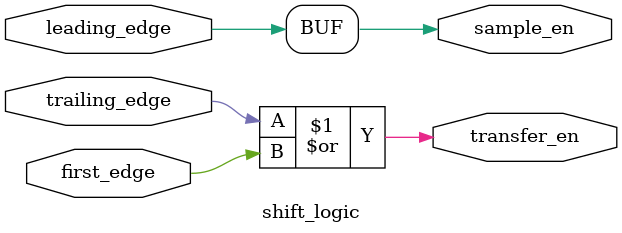
<source format=sv>
module shift_logic (
  
  input logic leading_edge,
  input logic trailing_edge,
  input logic first_edge,
  //input logic cpha,
  
  output logic transfer_en,
  output logic sample_en

);

  assign sample_en = leading_edge;
  assign transfer_en = trailing_edge | first_edge;
  
  //assign sample_en   = cpha ? trailing_edge : leading_edge ;
  //assign transfer_en = (cpha ? leading_edge : trailing_edge) | first_edge ; 
 
  //assign sample_en   = cpha ? leading_edge : trailing_edge ;
  //assign transfer_en = (cpha ? trailing_edge : leading_edge) | first_edge ; 

endmodule
</source>
